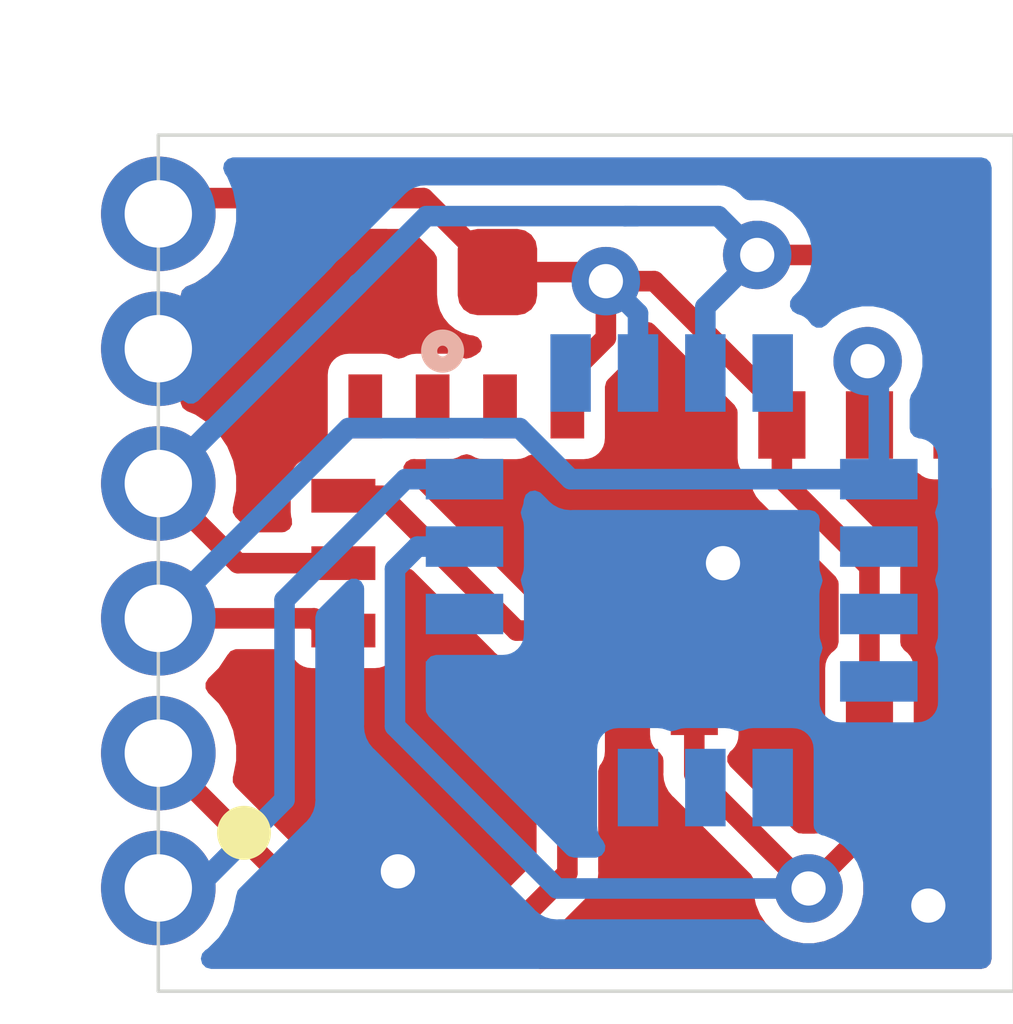
<source format=kicad_pcb>
(kicad_pcb (version 20171130) (host pcbnew 5.1.6-c6e7f7d~87~ubuntu18.04.1)

  (general
    (thickness 1.6)
    (drawings 4)
    (tracks 101)
    (zones 0)
    (modules 5)
    (nets 7)
  )

  (page A4)
  (layers
    (0 F.Cu signal)
    (31 B.Cu signal)
    (32 B.Adhes user)
    (33 F.Adhes user)
    (34 B.Paste user)
    (35 F.Paste user)
    (36 B.SilkS user)
    (37 F.SilkS user)
    (38 B.Mask user)
    (39 F.Mask user)
    (40 Dwgs.User user)
    (41 Cmts.User user hide)
    (42 Eco1.User user)
    (43 Eco2.User user)
    (44 Edge.Cuts user)
    (45 Margin user)
    (46 B.CrtYd user hide)
    (47 F.CrtYd user hide)
    (48 B.Fab user)
    (49 F.Fab user)
  )

  (setup
    (last_trace_width 0.1524)
    (user_trace_width 0.1524)
    (trace_clearance 0.1524)
    (zone_clearance 0.1524)
    (zone_45_only no)
    (trace_min 0.1524)
    (via_size 0.508)
    (via_drill 0.254)
    (via_min_size 0.508)
    (via_min_drill 0.254)
    (uvia_size 0.3)
    (uvia_drill 0.1)
    (uvias_allowed no)
    (uvia_min_size 0.2)
    (uvia_min_drill 0.1)
    (edge_width 0.1)
    (segment_width 0.2)
    (pcb_text_width 0.3)
    (pcb_text_size 1.5 1.5)
    (mod_edge_width 0.15)
    (mod_text_size 1 1)
    (mod_text_width 0.15)
    (pad_size 0.85 0.85)
    (pad_drill 0.5)
    (pad_to_mask_clearance 0)
    (aux_axis_origin 0 0)
    (grid_origin 152.4 101.6)
    (visible_elements FFFFFF7F)
    (pcbplotparams
      (layerselection 0x010fc_ffffffff)
      (usegerberextensions false)
      (usegerberattributes true)
      (usegerberadvancedattributes true)
      (creategerberjobfile true)
      (excludeedgelayer true)
      (linewidth 0.150000)
      (plotframeref false)
      (viasonmask false)
      (mode 1)
      (useauxorigin false)
      (hpglpennumber 1)
      (hpglpenspeed 20)
      (hpglpendiameter 15.000000)
      (psnegative false)
      (psa4output false)
      (plotreference true)
      (plotvalue true)
      (plotinvisibletext false)
      (padsonsilk false)
      (subtractmaskfromsilk false)
      (outputformat 1)
      (mirror false)
      (drillshape 1)
      (scaleselection 1)
      (outputdirectory ""))
  )

  (net 0 "")
  (net 1 GND)
  (net 2 +3V3)
  (net 3 /MAG~RST)
  (net 4 /SDA)
  (net 5 /SCL)
  (net 6 /INT)

  (net_class Default "This is the default net class."
    (clearance 0.1524)
    (trace_width 0.1524)
    (via_dia 0.508)
    (via_drill 0.254)
    (uvia_dia 0.3)
    (uvia_drill 0.1)
    (add_net +3V3)
    (add_net /INT)
    (add_net /MAG~RST)
    (add_net /SCL)
    (add_net /SDA)
    (add_net GND)
  )

  (module KwanSystems:LGA-14L (layer F.Cu) (tedit 5F3D6253) (tstamp 5F5156ED)
    (at 154.686 98.425 90)
    (path /5F5C8BA1)
    (fp_text reference U103 (at -0.4 -0.15 270) (layer F.Fab)
      (effects (font (size 0.2 0.2) (thickness 0.01)) (justify left))
    )
    (fp_text value LSM6DSO (at 2.54 0 90) (layer F.Fab) hide
      (effects (font (size 0.2 0.2) (thickness 0.01)))
    )
    (fp_text user Z (at -0.45 0.25 90) (layer Dwgs.User)
      (effects (font (size 0.1 0.1) (thickness 0.01)))
    )
    (fp_text user X (at 0.35 0.25 90) (layer Dwgs.User)
      (effects (font (size 0.1 0.1) (thickness 0.01)))
    )
    (fp_text user Y (at -0.4 -0.5 90) (layer Dwgs.User)
      (effects (font (size 0.1 0.1) (thickness 0.01)))
    )
    (fp_line (start -1.5 1.25) (end -1.5 -1.25) (layer F.Fab) (width 0.127))
    (fp_line (start 1.5 1.25) (end -1.5 1.25) (layer F.Fab) (width 0.127))
    (fp_line (start 1.5 -1.25) (end 1.5 1.25) (layer F.Fab) (width 0.127))
    (fp_line (start -1.5 -1.25) (end 1.5 -1.25) (layer F.Fab) (width 0.127))
    (fp_circle (center -0.55 0.4) (end -0.45 0.4) (layer Dwgs.User) (width 0.02))
    (fp_circle (center -0.55 0.4) (end -0.54 0.4) (layer Dwgs.User) (width 0.02))
    (fp_line (start -0.55 0.3) (end -0.55 -0.55) (layer Dwgs.User) (width 0.02))
    (fp_line (start -0.65 -0.35) (end -0.55 -0.55) (layer Dwgs.User) (width 0.02))
    (fp_line (start -0.55 -0.55) (end -0.45 -0.35) (layer Dwgs.User) (width 0.02))
    (fp_line (start 0.4 0.4) (end 0.2 0.5) (layer Dwgs.User) (width 0.02))
    (fp_line (start -0.45 0.4) (end 0.4 0.4) (layer Dwgs.User) (width 0.02))
    (fp_line (start 0.2 0.3) (end 0.4 0.4) (layer Dwgs.User) (width 0.02))
    (fp_circle (center -2 -1.65) (end -1.9 -1.65) (layer F.SilkS) (width 0.2))
    (pad 1 smd rect (at -1.1625 -0.75 90) (size 0.475 0.25) (layers F.Cu F.Paste F.Mask)
      (net 1 GND) (solder_mask_margin 0.0508))
    (pad 2 smd rect (at -1.1625 -0.25 90) (size 0.475 0.25) (layers F.Cu F.Paste F.Mask)
      (net 1 GND) (solder_mask_margin 0.0508))
    (pad 3 smd rect (at -1.1625 0.25 90) (size 0.475 0.25) (layers F.Cu F.Paste F.Mask)
      (net 1 GND) (solder_mask_margin 0.0508))
    (pad 4 smd rect (at -1.1625 0.75 90) (size 0.475 0.25) (layers F.Cu F.Paste F.Mask)
      (net 6 /INT) (solder_mask_margin 0.0508))
    (pad 5 smd rect (at -0.5 0.9125 180) (size 0.475 0.25) (layers F.Cu F.Paste F.Mask)
      (net 2 +3V3) (solder_mask_margin 0.0508))
    (pad 6 smd rect (at 0 0.9125 180) (size 0.475 0.25) (layers F.Cu F.Paste F.Mask)
      (net 1 GND) (solder_mask_margin 0.0508))
    (pad 7 smd rect (at 0.5 0.9125 180) (size 0.475 0.25) (layers F.Cu F.Paste F.Mask)
      (net 1 GND) (solder_mask_margin 0.0508))
    (pad 8 smd rect (at 1.1625 0.75 270) (size 0.475 0.25) (layers F.Cu F.Paste F.Mask)
      (net 2 +3V3) (solder_mask_margin 0.0508))
    (pad 9 smd rect (at 1.1625 0.25 270) (size 0.475 0.25) (layers F.Cu F.Paste F.Mask)
      (solder_mask_margin 0.0508))
    (pad 10 smd rect (at 1.1625 -0.25 270) (size 0.475 0.25) (layers F.Cu F.Paste F.Mask)
      (solder_mask_margin 0.0508))
    (pad 11 smd rect (at 1.1625 -0.75 270) (size 0.475 0.25) (layers F.Cu F.Paste F.Mask)
      (solder_mask_margin 0.0508))
    (pad 12 smd rect (at 0.5 -0.9125) (size 0.475 0.25) (layers F.Cu F.Paste F.Mask)
      (net 2 +3V3) (solder_mask_margin 0.0508))
    (pad 13 smd rect (at 0 -0.9125) (size 0.475 0.25) (layers F.Cu F.Paste F.Mask)
      (net 5 /SCL) (solder_mask_margin 0.0508))
    (pad 14 smd rect (at -0.5 -0.9125) (size 0.475 0.25) (layers F.Cu F.Paste F.Mask)
      (net 4 /SDA) (solder_mask_margin 0.0508))
    (model ${KISYS3DMOD}/Package_LGA.3dshapes/Bosch_LGA-14_3x2.5mm_P0.5mm.wrl
      (at (xyz 0 0 0))
      (scale (xyz 1 1 1))
      (rotate (xyz 0 0 0))
    )
  )

  (module Capacitor_SMD:C_0402_1005Metric (layer F.Cu) (tedit 5B301BBE) (tstamp 5F515639)
    (at 154.432 96.266 180)
    (descr "Capacitor SMD 0402 (1005 Metric), square (rectangular) end terminal, IPC_7351 nominal, (Body size source: http://www.tortai-tech.com/upload/download/2011102023233369053.pdf), generated with kicad-footprint-generator")
    (tags capacitor)
    (path /5F5D374C)
    (attr smd)
    (fp_text reference C101 (at 0 -1.17) (layer F.SilkS) hide
      (effects (font (size 1 1) (thickness 0.15)))
    )
    (fp_text value 2.2u (at 0 1.17) (layer F.Fab)
      (effects (font (size 1 1) (thickness 0.15)))
    )
    (fp_text user %R (at 0 0) (layer F.Fab)
      (effects (font (size 0.25 0.25) (thickness 0.04)))
    )
    (fp_line (start -0.5 0.25) (end -0.5 -0.25) (layer F.Fab) (width 0.1))
    (fp_line (start -0.5 -0.25) (end 0.5 -0.25) (layer F.Fab) (width 0.1))
    (fp_line (start 0.5 -0.25) (end 0.5 0.25) (layer F.Fab) (width 0.1))
    (fp_line (start 0.5 0.25) (end -0.5 0.25) (layer F.Fab) (width 0.1))
    (fp_line (start -0.93 0.47) (end -0.93 -0.47) (layer F.CrtYd) (width 0.05))
    (fp_line (start -0.93 -0.47) (end 0.93 -0.47) (layer F.CrtYd) (width 0.05))
    (fp_line (start 0.93 -0.47) (end 0.93 0.47) (layer F.CrtYd) (width 0.05))
    (fp_line (start 0.93 0.47) (end -0.93 0.47) (layer F.CrtYd) (width 0.05))
    (pad 2 smd roundrect (at 0.485 0 180) (size 0.59 0.64) (layers F.Cu F.Paste F.Mask) (roundrect_rratio 0.25)
      (net 1 GND))
    (pad 1 smd roundrect (at -0.485 0 180) (size 0.59 0.64) (layers F.Cu F.Paste F.Mask) (roundrect_rratio 0.25)
      (net 2 +3V3))
    (model ${KISYS3DMOD}/Capacitor_SMD.3dshapes/C_0402_1005Metric.wrl
      (at (xyz 0 0 0))
      (scale (xyz 1 1 1))
      (rotate (xyz 0 0 0))
    )
  )

  (module KwanSystems:BME280 (layer F.Cu) (tedit 5F3D9117) (tstamp 5F5154A9)
    (at 157.353 98.425 90)
    (path /5F5C2547)
    (fp_text reference U102 (at 0 0 90) (layer F.Fab)
      (effects (font (size 0.254 0.254) (thickness 0.0254)) (justify left))
    )
    (fp_text value BME280 (at 0 -2.5 90) (layer F.Fab)
      (effects (font (size 1 1) (thickness 0.15)))
    )
    (fp_line (start 1.25 -1.25) (end 1.25 1.25) (layer F.Fab) (width 0.1))
    (fp_line (start 1.25 1.25) (end -1.25 1.25) (layer F.Fab) (width 0.1))
    (fp_line (start -1.25 1.25) (end -1.25 -1.25) (layer F.Fab) (width 0.1))
    (fp_line (start -1.25 -1.25) (end 1.25 -1.25) (layer F.Fab) (width 0.1))
    (fp_circle (center 0.5 -0.975) (end 0.45 -0.975) (layer F.Fab) (width 0.1))
    (fp_circle (center 0.012 0.625) (end 0.012 0.775) (layer F.Fab) (width 0.01))
    (pad 6 smd rect (at -1.025 0.325 90) (size 0.5 0.35) (layers F.Cu F.Paste F.Mask)
      (net 2 +3V3))
    (pad 7 smd rect (at -1.025 -0.325 90) (size 0.5 0.35) (layers F.Cu F.Paste F.Mask)
      (net 1 GND))
    (pad 5 smd rect (at -1.025 0.975 90) (size 0.5 0.35) (layers F.Cu F.Paste F.Mask)
      (net 1 GND))
    (pad 4 smd rect (at 1.025 0.975 90) (size 0.5 0.35) (layers F.Cu F.Paste F.Mask)
      (net 5 /SCL))
    (pad 1 smd rect (at 1.025 -0.975 90) (size 0.5 0.35) (layers F.Cu F.Paste F.Mask)
      (net 1 GND))
    (pad 3 smd rect (at 1.025 0.325 90) (size 0.5 0.35) (layers F.Cu F.Paste F.Mask)
      (net 4 /SDA))
    (pad 8 smd rect (at -1.025 -0.975 90) (size 0.5 0.35) (layers F.Cu F.Paste F.Mask)
      (net 2 +3V3))
    (pad 2 smd rect (at 1.025 -0.325 90) (size 0.5 0.35) (layers F.Cu F.Paste F.Mask)
      (net 2 +3V3))
    (model /home/jeppesen/workspace/kicad/KwanSystems.pretty/BME280--3DModel-STEP-56544.STEP
      (at (xyz 0 0 0))
      (scale (xyz 1 1 1))
      (rotate (xyz -90 0 -90))
    )
  )

  (module Connector_PinHeader_1.00mm:PinHeader_1x06_P1.00mm_Vertical (layer F.Cu) (tedit 5F514583) (tstamp 5F506996)
    (at 152.4 95.8342)
    (descr "Through hole straight pin header, 1x06, 1.00mm pitch, single row")
    (tags "Through hole pin header THT 1x06 1.00mm single row")
    (path /5F58B1E7)
    (fp_text reference J101 (at 0 -1.56) (layer F.SilkS) hide
      (effects (font (size 1 1) (thickness 0.15)))
    )
    (fp_text value 01x06 (at 0 6.56) (layer F.Fab) hide
      (effects (font (size 1 1) (thickness 0.15)))
    )
    (fp_text user %R (at 4.0132 3.937 90) (layer F.Fab) hide
      (effects (font (size 0.76 0.76) (thickness 0.114)))
    )
    (fp_line (start -0.3175 -0.5) (end 0.635 -0.5) (layer F.Fab) (width 0.1))
    (fp_line (start 0.635 -0.5) (end 0.635 5.5) (layer F.Fab) (width 0.1))
    (fp_line (start 0.635 5.5) (end -0.635 5.5) (layer F.Fab) (width 0.1))
    (fp_line (start -0.635 5.5) (end -0.635 -0.1825) (layer F.Fab) (width 0.1))
    (fp_line (start -0.635 -0.1825) (end -0.3175 -0.5) (layer F.Fab) (width 0.1))
    (fp_line (start -1.15 -1) (end -1.15 6) (layer F.CrtYd) (width 0.05))
    (fp_line (start -1.15 6) (end 1.15 6) (layer F.CrtYd) (width 0.05))
    (fp_line (start 1.15 6) (end 1.15 -1) (layer F.CrtYd) (width 0.05))
    (fp_line (start 1.15 -1) (end -1.15 -1) (layer F.CrtYd) (width 0.05))
    (pad 6 thru_hole oval (at 0 5) (size 0.85 0.85) (drill 0.5) (layers *.Cu *.Mask)
      (net 3 /MAG~RST))
    (pad 5 thru_hole oval (at 0 4) (size 0.85 0.85) (drill 0.5) (layers *.Cu *.Mask)
      (net 6 /INT))
    (pad 4 thru_hole oval (at 0 3) (size 0.85 0.85) (drill 0.5) (layers *.Cu *.Mask)
      (net 4 /SDA))
    (pad 3 thru_hole oval (at 0 2) (size 0.85 0.85) (drill 0.5) (layers *.Cu *.Mask)
      (net 5 /SCL))
    (pad 2 thru_hole oval (at 0 1) (size 0.85 0.85) (drill 0.5) (layers *.Cu *.Mask)
      (net 1 GND))
    (pad 1 thru_hole circle (at 0 0) (size 0.85 0.85) (drill 0.5) (layers *.Cu *.Mask)
      (net 2 +3V3))
  )

  (module KwanSystems:AK09970 (layer B.Cu) (tedit 5F3D3F3B) (tstamp 5F5006A2)
    (at 156.21 98.552)
    (path /5F56C073)
    (fp_text reference U101 (at 0 -0.3) (layer Dwgs.User)
      (effects (font (size 0.2 0.2) (thickness 0.015)))
    )
    (fp_text value AK09970 (at 0.2 0.3) (layer Dwgs.User)
      (effects (font (size 0.2 0.2) (thickness 0.015)))
    )
    (fp_line (start 1.5 -1.5) (end 1.5 1.5) (layer Dwgs.User) (width 0.1))
    (fp_line (start 1.5 1.5) (end -1.5 1.5) (layer Dwgs.User) (width 0.1))
    (fp_line (start -1.5 1.5) (end -1.5 -1.5) (layer Dwgs.User) (width 0.1))
    (fp_line (start -1.5 -1.5) (end 1.5 -1.5) (layer Dwgs.User) (width 0.1))
    (fp_circle (center -1.7 -1.7) (end -1.6 -1.7) (layer B.SilkS) (width 0.12))
    (fp_circle (center -1 -1) (end -0.8 -1.2) (layer Dwgs.User) (width 0.12))
    (fp_circle (center -1 -1) (end -0.99 -1) (layer Dwgs.User) (width 0.12))
    (fp_line (start -0.7 -1) (end 1 -1) (layer Dwgs.User) (width 0.12))
    (fp_line (start 1 -1) (end 0.6 -0.8) (layer Dwgs.User) (width 0.12))
    (fp_line (start 0.6 -0.8) (end 1 -1) (layer Dwgs.User) (width 0.12))
    (fp_line (start 1 -1) (end 0.6 -1.2) (layer Dwgs.User) (width 0.12))
    (fp_line (start -1 -0.717158) (end -1 1) (layer Dwgs.User) (width 0.12))
    (fp_line (start -1 1) (end -1.2 0.6) (layer Dwgs.User) (width 0.12))
    (fp_line (start -1.2 0.6) (end -1 1) (layer Dwgs.User) (width 0.12))
    (fp_line (start -1 1) (end -0.8 0.6) (layer Dwgs.User) (width 0.12))
    (fp_text user Z (at -0.6 -0.7) (layer Dwgs.User)
      (effects (font (size 0.2 0.2) (thickness 0.015)))
    )
    (fp_text user Y (at -0.7 0.9) (layer Dwgs.User)
      (effects (font (size 0.2 0.2) (thickness 0.015)))
    )
    (fp_text user X (at 0.8 -0.7) (layer Dwgs.User)
      (effects (font (size 0.2 0.2) (thickness 0.015)))
    )
    (pad 16 smd rect (at -1.5375 -0.75 90) (size 0.3 0.575) (layers B.Cu B.Paste B.Mask)
      (net 3 /MAG~RST))
    (pad 15 smd rect (at -1.5375 -0.25 90) (size 0.3 0.575) (layers B.Cu B.Paste B.Mask)
      (net 2 +3V3))
    (pad 14 smd rect (at -1.5375 0.25 90) (size 0.3 0.575) (layers B.Cu B.Paste B.Mask))
    (pad 13 smd rect (at -1.5375 0.75 90) (size 0.3 0.575) (layers B.Cu B.Paste B.Mask)
      (net 1 GND))
    (pad 12 smd rect (at -0.75 1.5375 180) (size 0.3 0.575) (layers B.Cu B.Paste B.Mask)
      (net 1 GND))
    (pad 11 smd rect (at -0.25 1.5375 180) (size 0.3 0.575) (layers B.Cu B.Paste B.Mask))
    (pad 10 smd rect (at 0.25 1.5375 180) (size 0.3 0.575) (layers B.Cu B.Paste B.Mask))
    (pad 9 smd rect (at 0.75 1.5375 180) (size 0.3 0.575) (layers B.Cu B.Paste B.Mask))
    (pad 8 smd rect (at 1.5375 0.75 270) (size 0.3 0.575) (layers B.Cu B.Paste B.Mask))
    (pad 7 smd rect (at 1.5375 0.25 270) (size 0.3 0.575) (layers B.Cu B.Paste B.Mask))
    (pad 6 smd rect (at 1.5375 -0.25 270) (size 0.3 0.575) (layers B.Cu B.Paste B.Mask))
    (pad 5 smd rect (at 1.5375 -0.75 270) (size 0.3 0.575) (layers B.Cu B.Paste B.Mask)
      (net 4 /SDA))
    (pad 4 smd rect (at 0.75 -1.5375) (size 0.3 0.575) (layers B.Cu B.Paste B.Mask))
    (pad 3 smd rect (at 0.25 -1.5375) (size 0.3 0.575) (layers B.Cu B.Paste B.Mask)
      (net 5 /SCL))
    (pad 2 smd rect (at -0.25 -1.5375) (size 0.3 0.575) (layers B.Cu B.Paste B.Mask)
      (net 2 +3V3))
    (pad 1 smd rect (at -0.75 -1.5375) (size 0.3 0.575) (layers B.Cu B.Paste B.Mask))
    (model ${KISYS3DMOD}/Package_LGA.3dshapes/Bosch_LGA-8_3x3mm_P0.8mm_ClockwisePinNumbering.step
      (at (xyz 0 0 0))
      (scale (xyz 1 1 1))
      (rotate (xyz 0 0 -90))
    )
  )

  (gr_line (start 152.4 95.25) (end 152.4 101.6) (layer Edge.Cuts) (width 0.0254) (tstamp 5F515C55))
  (gr_line (start 158.75 101.6) (end 152.4 101.6) (layer Edge.Cuts) (width 0.0254) (tstamp 5F506A90))
  (gr_line (start 158.75 95.25) (end 158.75 101.6) (layer Edge.Cuts) (width 0.0254))
  (gr_line (start 152.4 95.25) (end 158.75 95.25) (layer Edge.Cuts) (width 0.0254))

  (via (at 154.178 100.711) (size 0.508) (drill 0.254) (layers F.Cu B.Cu) (net 1) (tstamp 5F5159CD))
  (via (at 156.591 98.425) (size 0.508) (drill 0.254) (layers F.Cu B.Cu) (net 1) (tstamp 5F515A1B))
  (via (at 158.115 100.965) (size 0.508) (drill 0.254) (layers F.Cu B.Cu) (net 1) (tstamp 5F515A7F))
  (segment (start 153.947 96.266) (end 153.543 96.266) (width 0.1524) (layer F.Cu) (net 1))
  (segment (start 153.3788 96.8342) (end 153.947 96.266) (width 0.1524) (layer F.Cu) (net 1))
  (segment (start 152.4 96.8342) (end 153.3788 96.8342) (width 0.1524) (layer F.Cu) (net 1))
  (segment (start 153.762211 96.04679) (end 154.263057 95.545944) (width 0.1524) (layer B.Cu) (net 1))
  (segment (start 153.756344 96.04679) (end 153.762211 96.04679) (width 0.1524) (layer B.Cu) (net 1))
  (segment (start 153.57779 96.225344) (end 153.756344 96.04679) (width 0.1524) (layer B.Cu) (net 1))
  (segment (start 153.57779 96.23121) (end 153.57779 96.225344) (width 0.1524) (layer B.Cu) (net 1))
  (segment (start 156.683011 95.545945) (end 156.793465 95.656399) (width 0.1524) (layer B.Cu) (net 1))
  (segment (start 154.263057 95.545944) (end 156.683011 95.545945) (width 0.1524) (layer B.Cu) (net 1))
  (segment (start 152.9748 96.8342) (end 153.57779 96.23121) (width 0.1524) (layer B.Cu) (net 1))
  (segment (start 156.793465 95.656399) (end 157.076649 95.656399) (width 0.1524) (layer B.Cu) (net 1))
  (segment (start 152.4 96.8342) (end 152.9748 96.8342) (width 0.1524) (layer B.Cu) (net 1))
  (segment (start 158.263601 100.816399) (end 158.115 100.965) (width 0.1524) (layer B.Cu) (net 1))
  (segment (start 157.076649 95.656399) (end 158.263601 96.843351) (width 0.1524) (layer B.Cu) (net 1))
  (segment (start 158.263601 96.843351) (end 158.263601 100.816399) (width 0.1524) (layer B.Cu) (net 1))
  (segment (start 152.4 95.8342) (end 152.51681 95.71739) (width 0.1524) (layer F.Cu) (net 2))
  (segment (start 157.678 98.4524) (end 157.678 99.45) (width 0.1524) (layer F.Cu) (net 2))
  (segment (start 157.028 97.8024) (end 157.678 98.4524) (width 0.1524) (layer F.Cu) (net 2))
  (segment (start 157.028 97.4) (end 157.028 97.8024) (width 0.1524) (layer F.Cu) (net 2))
  (segment (start 155.8614 98.9334) (end 156.378 99.45) (width 0.1524) (layer F.Cu) (net 2))
  (segment (start 155.8614 98.925) (end 155.8614 98.9334) (width 0.1524) (layer F.Cu) (net 2))
  (segment (start 155.059 98.925) (end 155.8614 98.925) (width 0.1524) (layer F.Cu) (net 2))
  (segment (start 153.6465 97.925) (end 154.059 97.925) (width 0.1524) (layer F.Cu) (net 2))
  (segment (start 154.059 97.925) (end 155.059 98.925) (width 0.1524) (layer F.Cu) (net 2))
  (segment (start 154.36839 95.71739) (end 152.67861 95.71739) (width 0.1524) (layer F.Cu) (net 2))
  (segment (start 154.917 96.266) (end 154.36839 95.71739) (width 0.1524) (layer F.Cu) (net 2))
  (segment (start 154.917 96.266) (end 155.575 96.266) (width 0.1524) (layer F.Cu) (net 2))
  (segment (start 155.575 96.266) (end 155.705547 96.266) (width 0.1524) (layer F.Cu) (net 2))
  (via (at 155.72184 96.333355) (size 0.508) (drill 0.254) (layers F.Cu B.Cu) (net 2))
  (segment (start 156.08105 96.333355) (end 155.72184 96.333355) (width 0.1524) (layer F.Cu) (net 2))
  (segment (start 157.028 97.280305) (end 156.08105 96.333355) (width 0.1524) (layer F.Cu) (net 2))
  (segment (start 155.654485 96.266) (end 155.72184 96.333355) (width 0.1524) (layer F.Cu) (net 2))
  (segment (start 155.575 96.266) (end 155.654485 96.266) (width 0.1524) (layer F.Cu) (net 2))
  (segment (start 155.96 96.571515) (end 155.72184 96.333355) (width 0.1524) (layer B.Cu) (net 2))
  (segment (start 155.96 97.0145) (end 155.96 96.571515) (width 0.1524) (layer B.Cu) (net 2))
  (segment (start 155.72184 96.404842) (end 155.72184 96.333355) (width 0.1524) (layer F.Cu) (net 2))
  (segment (start 157.028 97.4) (end 157.028 97.280305) (width 0.1524) (layer F.Cu) (net 2))
  (segment (start 154.323518 98.302) (end 154.6725 98.302) (width 0.1524) (layer B.Cu) (net 2))
  (segment (start 154.156399 98.469119) (end 154.323518 98.302) (width 0.1524) (layer B.Cu) (net 2))
  (segment (start 154.156399 99.634881) (end 154.156399 98.469119) (width 0.1524) (layer B.Cu) (net 2))
  (via (at 157.226 100.838) (size 0.508) (drill 0.254) (layers F.Cu B.Cu) (net 2))
  (segment (start 157.226 100.838) (end 157.678 100.386) (width 0.1524) (layer F.Cu) (net 2))
  (segment (start 157.678 100.386) (end 157.678 100.132) (width 0.1524) (layer F.Cu) (net 2))
  (segment (start 157.678 100.132) (end 157.678 99.45) (width 0.1524) (layer F.Cu) (net 2))
  (segment (start 156.378 99.99) (end 156.378 99.45) (width 0.1524) (layer F.Cu) (net 2))
  (segment (start 157.226 100.838) (end 156.378 99.99) (width 0.1524) (layer F.Cu) (net 2))
  (segment (start 157.226 100.838) (end 155.359518 100.838) (width 0.1524) (layer B.Cu) (net 2))
  (segment (start 155.359518 100.838) (end 154.895759 100.374241) (width 0.1524) (layer B.Cu) (net 2))
  (segment (start 154.895759 100.374241) (end 154.156399 99.634881) (width 0.1524) (layer B.Cu) (net 2))
  (segment (start 155.436 97.04) (end 155.436 97.2625) (width 0.1524) (layer F.Cu) (net 2))
  (segment (start 155.72184 96.333355) (end 155.72184 96.75416) (width 0.1524) (layer F.Cu) (net 2))
  (segment (start 155.72184 96.75416) (end 155.436 97.04) (width 0.1524) (layer F.Cu) (net 2))
  (segment (start 154.2326 97.802) (end 153.33675 98.69785) (width 0.1524) (layer B.Cu) (net 3))
  (segment (start 153.33675 98.69785) (end 153.33675 100.17986) (width 0.1524) (layer B.Cu) (net 3))
  (segment (start 154.6725 97.802) (end 154.2326 97.802) (width 0.1524) (layer B.Cu) (net 3))
  (segment (start 152.68241 100.8342) (end 152.793305 100.723305) (width 0.1524) (layer B.Cu) (net 3))
  (segment (start 152.793305 100.723305) (end 152.67861 100.838) (width 0.1524) (layer B.Cu) (net 3))
  (segment (start 152.68241 100.8342) (end 152.983805 100.532805) (width 0.1524) (layer B.Cu) (net 3))
  (segment (start 152.4 100.8342) (end 152.68241 100.8342) (width 0.1524) (layer B.Cu) (net 3))
  (segment (start 153.33675 100.17986) (end 152.983805 100.532805) (width 0.1524) (layer B.Cu) (net 3))
  (segment (start 152.983805 100.532805) (end 152.793305 100.723305) (width 0.1524) (layer B.Cu) (net 3))
  (segment (start 153.5557 98.8342) (end 153.6465 98.925) (width 0.1524) (layer F.Cu) (net 4))
  (segment (start 152.4 98.8342) (end 153.5557 98.8342) (width 0.1524) (layer F.Cu) (net 4))
  (segment (start 157.7475 97.802) (end 155.46 97.802) (width 0.1524) (layer B.Cu) (net 4))
  (segment (start 153.810801 97.423399) (end 152.67861 98.55559) (width 0.1524) (layer B.Cu) (net 4))
  (segment (start 155.081399 97.423399) (end 153.810801 97.423399) (width 0.1524) (layer B.Cu) (net 4))
  (segment (start 155.46 97.802) (end 155.081399 97.423399) (width 0.1524) (layer B.Cu) (net 4))
  (segment (start 157.734 97.344) (end 157.678 97.4) (width 0.1524) (layer F.Cu) (net 4))
  (segment (start 157.678 97.4) (end 157.678 96.940264) (width 0.1524) (layer F.Cu) (net 4))
  (segment (start 157.7475 97.009764) (end 157.66446 96.926724) (width 0.1524) (layer B.Cu) (net 4))
  (segment (start 157.678 96.940264) (end 157.66446 96.926724) (width 0.1524) (layer F.Cu) (net 4))
  (via (at 157.66446 96.926724) (size 0.508) (drill 0.254) (layers F.Cu B.Cu) (net 4))
  (segment (start 157.7475 97.802) (end 157.7475 97.009764) (width 0.1524) (layer B.Cu) (net 4))
  (segment (start 152.9908 98.425) (end 153.6465 98.425) (width 0.1524) (layer F.Cu) (net 5))
  (segment (start 152.4 97.8342) (end 152.9908 98.425) (width 0.1524) (layer F.Cu) (net 5))
  (segment (start 152.4 97.8342) (end 152.8031 97.4311) (width 0.1524) (layer B.Cu) (net 5))
  (segment (start 152.67861 97.55559) (end 152.8031 97.4311) (width 0.1524) (layer B.Cu) (net 5))
  (via (at 156.845 96.139) (size 0.508) (drill 0.254) (layers F.Cu B.Cu) (net 5))
  (segment (start 156.722 96.262) (end 156.845 96.139) (width 0.1524) (layer B.Cu) (net 5))
  (segment (start 158.328 97.213518) (end 158.328 97.4) (width 0.1524) (layer F.Cu) (net 5))
  (segment (start 156.845 96.139) (end 158.115 96.139) (width 0.1524) (layer F.Cu) (net 5))
  (segment (start 158.328 96.352) (end 158.328 97.4) (width 0.1524) (layer F.Cu) (net 5))
  (segment (start 158.115 96.139) (end 158.328 96.352) (width 0.1524) (layer F.Cu) (net 5))
  (segment (start 156.46 96.524) (end 156.845 96.139) (width 0.1524) (layer B.Cu) (net 5))
  (segment (start 156.46 97.0145) (end 156.46 96.524) (width 0.1524) (layer B.Cu) (net 5))
  (segment (start 156.845 96.139) (end 156.556754 95.850754) (width 0.1524) (layer B.Cu) (net 5))
  (segment (start 156.556754 95.850754) (end 155.863246 95.850754) (width 0.1524) (layer B.Cu) (net 5))
  (segment (start 155.953489 95.850754) (end 155.863246 95.850754) (width 0.1524) (layer B.Cu) (net 5))
  (segment (start 154.389313 95.850754) (end 152.405867 97.8342) (width 0.1524) (layer B.Cu) (net 5))
  (segment (start 152.808966 97.4311) (end 153.8826 96.357466) (width 0.1524) (layer B.Cu) (net 5))
  (segment (start 152.405867 97.8342) (end 152.4 97.8342) (width 0.1524) (layer B.Cu) (net 5))
  (segment (start 155.863246 95.850754) (end 154.389313 95.850754) (width 0.1524) (layer B.Cu) (net 5))
  (segment (start 152.8031 97.4311) (end 152.808966 97.4311) (width 0.1524) (layer B.Cu) (net 5))
  (segment (start 153.8826 96.357466) (end 153.8826 96.3516) (width 0.1524) (layer B.Cu) (net 5))
  (segment (start 152.4 99.8342) (end 153.88719 101.32139) (width 0.1524) (layer F.Cu) (net 6))
  (segment (start 155.436 100.723) (end 154.83761 101.32139) (width 0.1524) (layer F.Cu) (net 6))
  (segment (start 155.436 99.5875) (end 155.436 100.723) (width 0.1524) (layer F.Cu) (net 6))
  (segment (start 153.88719 101.32139) (end 154.83761 101.32139) (width 0.1524) (layer F.Cu) (net 6))

  (zone (net 1) (net_name GND) (layer F.Cu) (tstamp 0) (hatch edge 0.508)
    (connect_pads yes (clearance 0.1524))
    (min_thickness 0.1524)
    (fill yes (arc_segments 32) (thermal_gap 0.508) (thermal_bridge_width 0.508))
    (polygon
      (pts
        (xy 158.75 101.6) (xy 152.4 101.6) (xy 152.4 95.25) (xy 158.75 95.25)
      )
    )
    (filled_polygon
      (pts
        (xy 158.025382 97.840994) (xy 158.065095 97.862221) (xy 158.108187 97.875292) (xy 158.153 97.879706) (xy 158.503 97.879706)
        (xy 158.5087 97.879145) (xy 158.508701 101.3587) (xy 155.231351 101.3587) (xy 155.640944 100.949108) (xy 155.652568 100.939568)
        (xy 155.690658 100.893157) (xy 155.71896 100.840206) (xy 155.736389 100.782751) (xy 155.7408 100.737966) (xy 155.7408 100.737959)
        (xy 155.742273 100.723001) (xy 155.7408 100.708043) (xy 155.7408 99.966258) (xy 155.751994 99.952618) (xy 155.773221 99.912905)
        (xy 155.786292 99.869813) (xy 155.790706 99.825) (xy 155.790706 99.35) (xy 155.786292 99.305187) (xy 155.779394 99.282445)
        (xy 155.973294 99.476346) (xy 155.973294 99.7) (xy 155.977708 99.744813) (xy 155.990779 99.787905) (xy 156.012006 99.827618)
        (xy 156.040573 99.862427) (xy 156.0732 99.889203) (xy 156.0732 99.975041) (xy 156.071727 99.99) (xy 156.0732 100.004958)
        (xy 156.0732 100.004965) (xy 156.076377 100.037221) (xy 156.077611 100.049751) (xy 156.088489 100.085611) (xy 156.09504 100.107205)
        (xy 156.123342 100.160156) (xy 156.161432 100.206568) (xy 156.173061 100.216112) (xy 156.744066 100.787118) (xy 156.7434 100.790468)
        (xy 156.7434 100.885532) (xy 156.761946 100.978769) (xy 156.798326 101.066597) (xy 156.85114 101.14564) (xy 156.91836 101.21286)
        (xy 156.997403 101.265674) (xy 157.085231 101.302054) (xy 157.178468 101.3206) (xy 157.273532 101.3206) (xy 157.366769 101.302054)
        (xy 157.454597 101.265674) (xy 157.53364 101.21286) (xy 157.60086 101.14564) (xy 157.653674 101.066597) (xy 157.690054 100.978769)
        (xy 157.7086 100.885532) (xy 157.7086 100.790468) (xy 157.707934 100.787118) (xy 157.882951 100.612102) (xy 157.894568 100.602568)
        (xy 157.904103 100.59095) (xy 157.904109 100.590944) (xy 157.918798 100.573045) (xy 157.932658 100.556157) (xy 157.96096 100.503206)
        (xy 157.978389 100.445751) (xy 157.9828 100.400966) (xy 157.9828 100.400958) (xy 157.984273 100.386) (xy 157.9828 100.371042)
        (xy 157.9828 99.889203) (xy 158.015427 99.862427) (xy 158.043994 99.827618) (xy 158.065221 99.787905) (xy 158.078292 99.744813)
        (xy 158.082706 99.7) (xy 158.082706 99.2) (xy 158.078292 99.155187) (xy 158.065221 99.112095) (xy 158.043994 99.072382)
        (xy 158.015427 99.037573) (xy 157.9828 99.010797) (xy 157.9828 98.467358) (xy 157.984273 98.4524) (xy 157.9828 98.437442)
        (xy 157.9828 98.437434) (xy 157.978389 98.392649) (xy 157.96096 98.335194) (xy 157.932658 98.282243) (xy 157.894568 98.235832)
        (xy 157.882945 98.226293) (xy 157.536357 97.879706) (xy 157.853 97.879706) (xy 157.897813 97.875292) (xy 157.940905 97.862221)
        (xy 157.980618 97.840994) (xy 158.003 97.822626)
      )
    )
    (filled_polygon
      (pts
        (xy 154.832897 99.12995) (xy 154.842432 99.141568) (xy 154.85405 99.151103) (xy 154.854056 99.151109) (xy 154.863679 99.159006)
        (xy 154.888843 99.179658) (xy 154.941794 99.20796) (xy 154.999249 99.225389) (xy 155.044034 99.2298) (xy 155.044042 99.2298)
        (xy 155.059 99.231273) (xy 155.073958 99.2298) (xy 155.116041 99.2298) (xy 155.098779 99.262095) (xy 155.085708 99.305187)
        (xy 155.081294 99.35) (xy 155.081294 99.825) (xy 155.085708 99.869813) (xy 155.098779 99.912905) (xy 155.120006 99.952618)
        (xy 155.1312 99.966258) (xy 155.131201 100.596747) (xy 154.711359 101.01659) (xy 154.013442 101.01659) (xy 153.026495 100.029644)
        (xy 153.028482 100.024848) (xy 153.0536 99.898574) (xy 153.0536 99.769826) (xy 153.028482 99.643552) (xy 152.979212 99.524605)
        (xy 152.907684 99.417555) (xy 152.824329 99.3342) (xy 152.907684 99.250845) (xy 152.979212 99.143795) (xy 152.981198 99.139)
        (xy 153.324364 99.139) (xy 153.345006 99.177618) (xy 153.373573 99.212427) (xy 153.408382 99.240994) (xy 153.448095 99.262221)
        (xy 153.491187 99.275292) (xy 153.536 99.279706) (xy 154.011 99.279706) (xy 154.055813 99.275292) (xy 154.098905 99.262221)
        (xy 154.138618 99.240994) (xy 154.173427 99.212427) (xy 154.201994 99.177618) (xy 154.223221 99.137905) (xy 154.236292 99.094813)
        (xy 154.240706 99.05) (xy 154.240706 98.8) (xy 154.236292 98.755187) (xy 154.223221 98.712095) (xy 154.203393 98.675)
        (xy 154.223221 98.637905) (xy 154.236292 98.594813) (xy 154.240706 98.55) (xy 154.240706 98.537758)
      )
    )
    (filled_polygon
      (pts
        (xy 156.623294 97.306652) (xy 156.623294 97.65) (xy 156.627708 97.694813) (xy 156.640779 97.737905) (xy 156.662006 97.777618)
        (xy 156.690573 97.812427) (xy 156.725382 97.840994) (xy 156.725535 97.841076) (xy 156.727611 97.862151) (xy 156.74504 97.919605)
        (xy 156.745041 97.919606) (xy 156.773343 97.972557) (xy 156.811433 98.018968) (xy 156.823056 98.028508) (xy 157.3732 98.578652)
        (xy 157.373201 99.010796) (xy 157.340573 99.037573) (xy 157.312006 99.072382) (xy 157.290779 99.112095) (xy 157.277708 99.155187)
        (xy 157.273294 99.2) (xy 157.273294 99.7) (xy 157.277708 99.744813) (xy 157.290779 99.787905) (xy 157.312006 99.827618)
        (xy 157.340573 99.862427) (xy 157.3732 99.889204) (xy 157.3732 100.259747) (xy 157.276882 100.356066) (xy 157.273532 100.3554)
        (xy 157.178468 100.3554) (xy 157.175118 100.356066) (xy 156.696781 99.87773) (xy 156.715427 99.862427) (xy 156.743994 99.827618)
        (xy 156.765221 99.787905) (xy 156.778292 99.744813) (xy 156.782706 99.7) (xy 156.782706 99.2) (xy 156.778292 99.155187)
        (xy 156.765221 99.112095) (xy 156.743994 99.072382) (xy 156.715427 99.037573) (xy 156.680618 99.009006) (xy 156.640905 98.987779)
        (xy 156.597813 98.974708) (xy 156.553 98.970294) (xy 156.329345 98.970294) (xy 156.118543 98.759491) (xy 156.116058 98.754843)
        (xy 156.077968 98.708432) (xy 156.031557 98.670342) (xy 156.020446 98.664403) (xy 155.998427 98.637573) (xy 155.963618 98.609006)
        (xy 155.923905 98.587779) (xy 155.880813 98.574708) (xy 155.836 98.570294) (xy 155.361 98.570294) (xy 155.316187 98.574708)
        (xy 155.273095 98.587779) (xy 155.233382 98.609006) (xy 155.219742 98.6202) (xy 155.185253 98.6202) (xy 154.292982 97.727931)
        (xy 154.311 97.729706) (xy 154.561 97.729706) (xy 154.605813 97.725292) (xy 154.648905 97.712221) (xy 154.686 97.692393)
        (xy 154.723095 97.712221) (xy 154.766187 97.725292) (xy 154.811 97.729706) (xy 155.061 97.729706) (xy 155.105813 97.725292)
        (xy 155.148905 97.712221) (xy 155.186 97.692393) (xy 155.223095 97.712221) (xy 155.266187 97.725292) (xy 155.311 97.729706)
        (xy 155.561 97.729706) (xy 155.605813 97.725292) (xy 155.648905 97.712221) (xy 155.688618 97.690994) (xy 155.723427 97.662427)
        (xy 155.751994 97.627618) (xy 155.773221 97.587905) (xy 155.786292 97.544813) (xy 155.790706 97.5) (xy 155.790706 97.116345)
        (xy 155.926784 96.980268) (xy 155.938408 96.970728) (xy 155.976498 96.924317) (xy 156.0048 96.871366) (xy 156.007467 96.862573)
        (xy 156.022229 96.813912) (xy 156.023854 96.797409) (xy 156.02664 96.769126) (xy 156.02664 96.769118) (xy 156.028113 96.75416)
        (xy 156.02664 96.739202) (xy 156.02664 96.710113) (xy 156.02671 96.710066)
      )
    )
    (filled_polygon
      (pts
        (xy 154.392294 96.172345) (xy 154.392294 96.4385) (xy 154.399542 96.512089) (xy 154.421007 96.58285) (xy 154.455865 96.648064)
        (xy 154.502775 96.705225) (xy 154.559936 96.752135) (xy 154.62515 96.786993) (xy 154.695911 96.808458) (xy 154.727185 96.811538)
        (xy 154.723095 96.812779) (xy 154.686 96.832607) (xy 154.648905 96.812779) (xy 154.605813 96.799708) (xy 154.561 96.795294)
        (xy 154.311 96.795294) (xy 154.266187 96.799708) (xy 154.223095 96.812779) (xy 154.186 96.832607) (xy 154.148905 96.812779)
        (xy 154.105813 96.799708) (xy 154.061 96.795294) (xy 153.811 96.795294) (xy 153.766187 96.799708) (xy 153.723095 96.812779)
        (xy 153.683382 96.834006) (xy 153.648573 96.862573) (xy 153.620006 96.897382) (xy 153.598779 96.937095) (xy 153.585708 96.980187)
        (xy 153.581294 97.025) (xy 153.581294 97.5) (xy 153.585708 97.544813) (xy 153.593437 97.570294) (xy 153.536 97.570294)
        (xy 153.491187 97.574708) (xy 153.448095 97.587779) (xy 153.408382 97.609006) (xy 153.373573 97.637573) (xy 153.345006 97.672382)
        (xy 153.323779 97.712095) (xy 153.310708 97.755187) (xy 153.306294 97.8) (xy 153.306294 98.05) (xy 153.310708 98.094813)
        (xy 153.318409 98.1202) (xy 153.117052 98.1202) (xy 153.026495 98.029644) (xy 153.028482 98.024848) (xy 153.0536 97.898574)
        (xy 153.0536 97.769826) (xy 153.028482 97.643552) (xy 152.979212 97.524605) (xy 152.907684 97.417555) (xy 152.816645 97.326516)
        (xy 152.709595 97.254988) (xy 152.6413 97.226699) (xy 152.6413 96.441701) (xy 152.709595 96.413412) (xy 152.816645 96.341884)
        (xy 152.907684 96.250845) (xy 152.979212 96.143795) (xy 153.028482 96.024848) (xy 153.029011 96.02219) (xy 154.242139 96.02219)
      )
    )
  )
  (zone (net 1) (net_name GND) (layer B.Cu) (tstamp 5F507F03) (hatch edge 0.508)
    (connect_pads yes (clearance 0.1524))
    (min_thickness 0.1524)
    (fill yes (arc_segments 32) (thermal_gap 0.508) (thermal_bridge_width 0.508))
    (polygon
      (pts
        (xy 158.75 101.6) (xy 152.4 101.6) (xy 152.4 95.25) (xy 158.75 95.25)
      )
    )
    (filled_polygon
      (pts
        (xy 158.508701 101.3587) (xy 152.791478 101.3587) (xy 152.816645 101.341884) (xy 152.907684 101.250845) (xy 152.979212 101.143795)
        (xy 153.028482 101.024848) (xy 153.0536 100.898574) (xy 153.0536 100.894062) (xy 153.209913 100.737749) (xy 153.209917 100.737744)
        (xy 153.541694 100.405968) (xy 153.553318 100.396428) (xy 153.591408 100.350017) (xy 153.61971 100.297066) (xy 153.637139 100.239611)
        (xy 153.64155 100.194826) (xy 153.64155 100.194818) (xy 153.643023 100.17986) (xy 153.64155 100.164902) (xy 153.64155 98.824101)
        (xy 153.8516 98.614051) (xy 153.851599 99.619923) (xy 153.850126 99.634881) (xy 153.851599 99.649839) (xy 153.851599 99.649846)
        (xy 153.85601 99.694631) (xy 153.873439 99.752086) (xy 153.901741 99.805037) (xy 153.939831 99.851449) (xy 153.95146 99.860993)
        (xy 154.690815 100.600349) (xy 154.69082 100.600353) (xy 155.13341 101.042944) (xy 155.14295 101.054568) (xy 155.189361 101.092658)
        (xy 155.242312 101.12096) (xy 155.286394 101.134332) (xy 155.299766 101.138389) (xy 155.305407 101.138945) (xy 155.344552 101.1428)
        (xy 155.344559 101.1428) (xy 155.359517 101.144273) (xy 155.374475 101.1428) (xy 156.849242 101.1428) (xy 156.85114 101.14564)
        (xy 156.91836 101.21286) (xy 156.997403 101.265674) (xy 157.085231 101.302054) (xy 157.178468 101.3206) (xy 157.273532 101.3206)
        (xy 157.366769 101.302054) (xy 157.454597 101.265674) (xy 157.53364 101.21286) (xy 157.60086 101.14564) (xy 157.653674 101.066597)
        (xy 157.690054 100.978769) (xy 157.7086 100.885532) (xy 157.7086 100.790468) (xy 157.690054 100.697231) (xy 157.653674 100.609403)
        (xy 157.60086 100.53036) (xy 157.53364 100.46314) (xy 157.454597 100.410326) (xy 157.366769 100.373946) (xy 157.339706 100.368563)
        (xy 157.339706 99.802) (xy 157.335292 99.757187) (xy 157.322221 99.714095) (xy 157.300994 99.674382) (xy 157.272427 99.639573)
        (xy 157.237618 99.611006) (xy 157.197905 99.589779) (xy 157.154813 99.576708) (xy 157.11 99.572294) (xy 156.81 99.572294)
        (xy 156.765187 99.576708) (xy 156.722095 99.589779) (xy 156.71 99.596244) (xy 156.697905 99.589779) (xy 156.654813 99.576708)
        (xy 156.61 99.572294) (xy 156.31 99.572294) (xy 156.265187 99.576708) (xy 156.222095 99.589779) (xy 156.21 99.596244)
        (xy 156.197905 99.589779) (xy 156.154813 99.576708) (xy 156.11 99.572294) (xy 155.81 99.572294) (xy 155.765187 99.576708)
        (xy 155.722095 99.589779) (xy 155.682382 99.611006) (xy 155.647573 99.639573) (xy 155.619006 99.674382) (xy 155.597779 99.714095)
        (xy 155.584708 99.757187) (xy 155.580294 99.802) (xy 155.580294 100.377) (xy 155.584708 100.421813) (xy 155.597779 100.464905)
        (xy 155.619006 100.504618) (xy 155.642463 100.5332) (xy 155.48577 100.5332) (xy 155.121871 100.169302) (xy 155.121867 100.169297)
        (xy 154.461199 99.50863) (xy 154.461199 99.181706) (xy 154.96 99.181706) (xy 155.004813 99.177292) (xy 155.047905 99.164221)
        (xy 155.087618 99.142994) (xy 155.122427 99.114427) (xy 155.150994 99.079618) (xy 155.172221 99.039905) (xy 155.185292 98.996813)
        (xy 155.189706 98.952) (xy 155.189706 98.652) (xy 155.185292 98.607187) (xy 155.172221 98.564095) (xy 155.165756 98.552)
        (xy 155.172221 98.539905) (xy 155.185292 98.496813) (xy 155.189706 98.452) (xy 155.189706 98.152) (xy 155.185292 98.107187)
        (xy 155.172221 98.064095) (xy 155.165756 98.052) (xy 155.172221 98.039905) (xy 155.185292 97.996813) (xy 155.188741 97.961793)
        (xy 155.233892 98.006944) (xy 155.243432 98.018568) (xy 155.289843 98.056658) (xy 155.342794 98.08496) (xy 155.400249 98.102389)
        (xy 155.445034 98.1068) (xy 155.445042 98.1068) (xy 155.46 98.108273) (xy 155.474958 98.1068) (xy 157.234825 98.1068)
        (xy 157.234708 98.107187) (xy 157.230294 98.152) (xy 157.230294 98.452) (xy 157.234708 98.496813) (xy 157.247779 98.539905)
        (xy 157.254244 98.552) (xy 157.247779 98.564095) (xy 157.234708 98.607187) (xy 157.230294 98.652) (xy 157.230294 98.952)
        (xy 157.234708 98.996813) (xy 157.247779 99.039905) (xy 157.254244 99.052) (xy 157.247779 99.064095) (xy 157.234708 99.107187)
        (xy 157.230294 99.152) (xy 157.230294 99.452) (xy 157.234708 99.496813) (xy 157.247779 99.539905) (xy 157.269006 99.579618)
        (xy 157.297573 99.614427) (xy 157.332382 99.642994) (xy 157.372095 99.664221) (xy 157.415187 99.677292) (xy 157.46 99.681706)
        (xy 158.035 99.681706) (xy 158.079813 99.677292) (xy 158.122905 99.664221) (xy 158.162618 99.642994) (xy 158.197427 99.614427)
        (xy 158.225994 99.579618) (xy 158.247221 99.539905) (xy 158.260292 99.496813) (xy 158.264706 99.452) (xy 158.264706 99.152)
        (xy 158.260292 99.107187) (xy 158.247221 99.064095) (xy 158.240756 99.052) (xy 158.247221 99.039905) (xy 158.260292 98.996813)
        (xy 158.264706 98.952) (xy 158.264706 98.652) (xy 158.260292 98.607187) (xy 158.247221 98.564095) (xy 158.240756 98.552)
        (xy 158.247221 98.539905) (xy 158.260292 98.496813) (xy 158.264706 98.452) (xy 158.264706 98.152) (xy 158.260292 98.107187)
        (xy 158.247221 98.064095) (xy 158.240756 98.052) (xy 158.247221 98.039905) (xy 158.260292 97.996813) (xy 158.264706 97.952)
        (xy 158.264706 97.652) (xy 158.260292 97.607187) (xy 158.247221 97.564095) (xy 158.225994 97.524382) (xy 158.197427 97.489573)
        (xy 158.162618 97.461006) (xy 158.122905 97.439779) (xy 158.079813 97.426708) (xy 158.0523 97.423998) (xy 158.0523 97.214938)
        (xy 158.092134 97.155321) (xy 158.128514 97.067493) (xy 158.14706 96.974256) (xy 158.14706 96.879192) (xy 158.128514 96.785955)
        (xy 158.092134 96.698127) (xy 158.03932 96.619084) (xy 157.9721 96.551864) (xy 157.893057 96.49905) (xy 157.805229 96.46267)
        (xy 157.711992 96.444124) (xy 157.616928 96.444124) (xy 157.523691 96.46267) (xy 157.435863 96.49905) (xy 157.35682 96.551864)
        (xy 157.303888 96.604796) (xy 157.300994 96.599382) (xy 157.272427 96.564573) (xy 157.237618 96.536006) (xy 157.197905 96.514779)
        (xy 157.16247 96.50403) (xy 157.21986 96.44664) (xy 157.272674 96.367597) (xy 157.309054 96.279769) (xy 157.3276 96.186532)
        (xy 157.3276 96.091468) (xy 157.309054 95.998231) (xy 157.272674 95.910403) (xy 157.21986 95.83136) (xy 157.15264 95.76414)
        (xy 157.073597 95.711326) (xy 156.985769 95.674946) (xy 156.892532 95.6564) (xy 156.797468 95.6564) (xy 156.794118 95.657066)
        (xy 156.782866 95.645815) (xy 156.773322 95.634186) (xy 156.726911 95.596096) (xy 156.67396 95.567794) (xy 156.616505 95.550365)
        (xy 156.57172 95.545954) (xy 156.571712 95.545954) (xy 156.556754 95.544481) (xy 156.541796 95.545954) (xy 154.40427 95.545954)
        (xy 154.389312 95.544481) (xy 154.374354 95.545954) (xy 154.374347 95.545954) (xy 154.335202 95.549809) (xy 154.329561 95.550365)
        (xy 154.316189 95.554422) (xy 154.272107 95.567794) (xy 154.219156 95.596096) (xy 154.172745 95.634186) (xy 154.163205 95.64581)
        (xy 153.710376 96.098639) (xy 153.666032 96.135032) (xy 153.62964 96.179374) (xy 152.6413 97.167715) (xy 152.6413 96.441701)
        (xy 152.709595 96.413412) (xy 152.816645 96.341884) (xy 152.907684 96.250845) (xy 152.979212 96.143795) (xy 153.028482 96.024848)
        (xy 153.0536 95.898574) (xy 153.0536 95.769826) (xy 153.028482 95.643552) (xy 152.979212 95.524605) (xy 152.956958 95.4913)
        (xy 158.5087 95.4913)
      )
    )
  )
)

</source>
